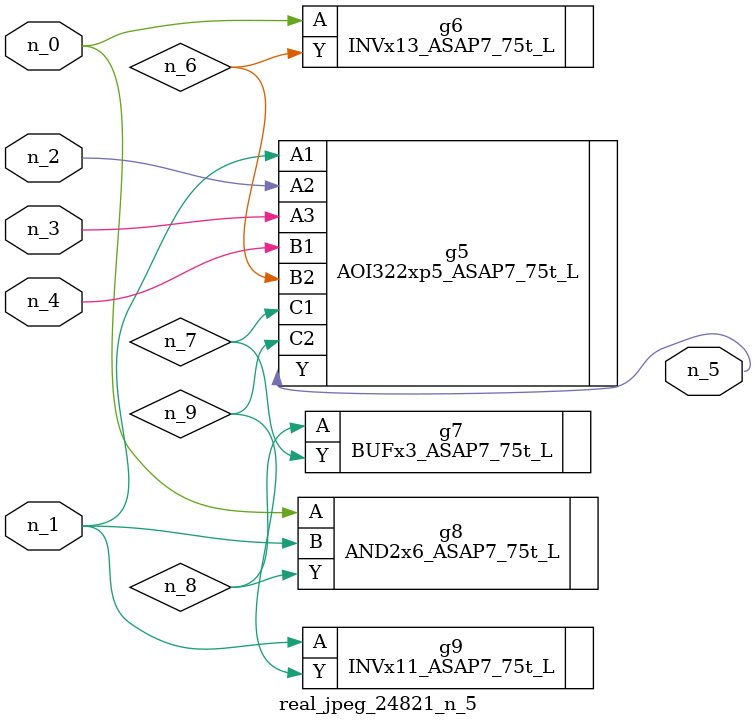
<source format=v>
module real_jpeg_24821_n_5 (n_4, n_0, n_1, n_2, n_3, n_5);

input n_4;
input n_0;
input n_1;
input n_2;
input n_3;

output n_5;

wire n_8;
wire n_6;
wire n_7;
wire n_9;

INVx13_ASAP7_75t_L g6 ( 
.A(n_0),
.Y(n_6)
);

AND2x6_ASAP7_75t_L g8 ( 
.A(n_0),
.B(n_1),
.Y(n_8)
);

AOI322xp5_ASAP7_75t_L g5 ( 
.A1(n_1),
.A2(n_2),
.A3(n_3),
.B1(n_4),
.B2(n_6),
.C1(n_7),
.C2(n_9),
.Y(n_5)
);

INVx11_ASAP7_75t_L g9 ( 
.A(n_1),
.Y(n_9)
);

BUFx3_ASAP7_75t_L g7 ( 
.A(n_8),
.Y(n_7)
);


endmodule
</source>
